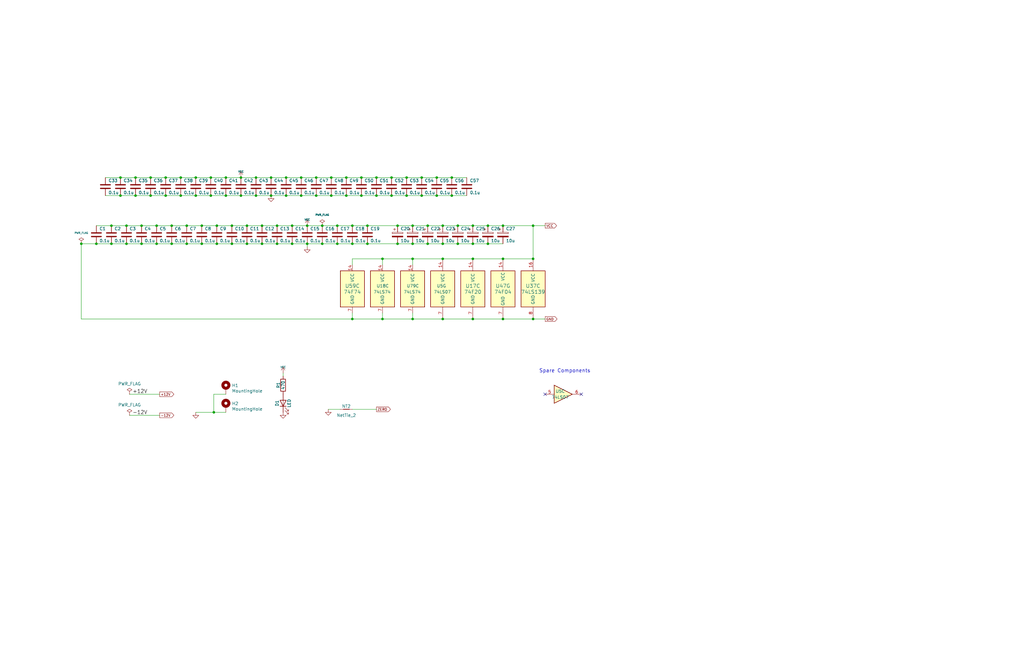
<source format=kicad_sch>
(kicad_sch (version 20211123) (generator eeschema)
  (paper "B")
  (lib_symbols
    (symbol "74xx:74LS04"
      (property "Reference" "U" (at 0 1.27 0))
      (property "Value" "74LS04" (at 0 -1.27 0))
      (symbol "74LS04_1_0"
        (polyline (pts (xy -3.81 3.81) (xy -3.81 -3.81) (xy 3.81 0) (xy -3.81 3.81)) (stroke (width 0.254)) (fill (type background)))
        (pin input line (at -7.62 0 0) (length 3.81) (name "~") (number "1"))
        (pin output inverted (at 7.62 0 180) (length 3.81) (name "~") (number "2"))
      )
      (symbol "74LS04_2_0"
        (polyline (pts (xy -3.81 3.81) (xy -3.81 -3.81) (xy 3.81 0) (xy -3.81 3.81)) (stroke (width 0.254)) (fill (type background)))
        (pin input line (at -7.62 0 0) (length 3.81) (name "~") (number "3"))
        (pin output inverted (at 7.62 0 180) (length 3.81) (name "~") (number "4"))
      )
      (symbol "74LS04_3_0"
        (polyline (pts (xy -3.81 3.81) (xy -3.81 -3.81) (xy 3.81 0) (xy -3.81 3.81)) (stroke (width 0.254)) (fill (type background)))
        (pin input line (at -7.62 0 0) (length 3.81) (name "~") (number "5"))
        (pin output inverted (at 7.62 0 180) (length 3.81) (name "~") (number "6"))
      )
      (symbol "74LS04_4_0"
        (polyline (pts (xy -3.81 3.81) (xy -3.81 -3.81) (xy 3.81 0) (xy -3.81 3.81)) (stroke (width 0.254)) (fill (type background)))
        (pin output inverted (at 7.62 0 180) (length 3.81) (name "~") (number "8"))
        (pin input line (at -7.62 0 0) (length 3.81) (name "~") (number "9"))
      )
      (symbol "74LS04_5_0"
        (polyline (pts (xy -3.81 3.81) (xy -3.81 -3.81) (xy 3.81 0) (xy -3.81 3.81)) (stroke (width 0.254)) (fill (type background)))
        (pin output inverted (at 7.62 0 180) (length 3.81) (name "~") (number "10"))
        (pin input line (at -7.62 0 0) (length 3.81) (name "~") (number "11"))
      )
      (symbol "74LS04_6_0"
        (polyline (pts (xy -3.81 3.81) (xy -3.81 -3.81) (xy 3.81 0) (xy -3.81 3.81)) (stroke (width 0.254)) (fill (type background)))
        (pin output inverted (at 7.62 0 180) (length 3.81) (name "~") (number "12"))
        (pin input line (at -7.62 0 0) (length 3.81) (name "~") (number "13"))
      )
      (symbol "74LS04_7_0"
        (pin power_in line (at 0 12.7 270) (length 5.08) (name "VCC") (number "14"))
        (pin power_in line (at 0 -12.7 90) (length 5.08) (name "GND") (number "7"))
      )
      (symbol "74LS04_7_1"
        (rectangle (start -5.08 7.62) (end 5.08 -7.62) (stroke (width 0.254)) (fill (type background)))
      )
    )
    (symbol "74xx:74LS07" (pin_names (offset 1.016))
      (property "Reference" "U" (at 0 1.27 0))
      (property "Value" "74LS07" (at 0 -1.27 0))
      (symbol "74LS07_1_0"
        (polyline (pts (xy -3.81 3.81) (xy -3.81 -3.81) (xy 3.81 0) (xy -3.81 3.81)) (stroke (width 0.254)) (fill (type background)))
        (pin input line (at -7.62 0 0) (length 3.81) (name "~") (number "1"))
        (pin open_collector line (at 7.62 0 180) (length 3.81) (name "~") (number "2"))
      )
      (symbol "74LS07_2_0"
        (polyline (pts (xy -3.81 3.81) (xy -3.81 -3.81) (xy 3.81 0) (xy -3.81 3.81)) (stroke (width 0.254)) (fill (type background)))
        (pin input line (at -7.62 0 0) (length 3.81) (name "~") (number "3"))
        (pin open_collector line (at 7.62 0 180) (length 3.81) (name "~") (number "4"))
      )
      (symbol "74LS07_3_0"
        (polyline (pts (xy -3.81 3.81) (xy -3.81 -3.81) (xy 3.81 0) (xy -3.81 3.81)) (stroke (width 0.254)) (fill (type background)))
        (pin input line (at -7.62 0 0) (length 3.81) (name "~") (number "5"))
        (pin open_collector line (at 7.62 0 180) (length 3.81) (name "~") (number "6"))
      )
      (symbol "74LS07_4_0"
        (polyline (pts (xy -3.81 3.81) (xy -3.81 -3.81) (xy 3.81 0) (xy -3.81 3.81)) (stroke (width 0.254)) (fill (type background)))
        (pin open_collector line (at 7.62 0 180) (length 3.81) (name "~") (number "8"))
        (pin input line (at -7.62 0 0) (length 3.81) (name "~") (number "9"))
      )
      (symbol "74LS07_5_0"
        (polyline (pts (xy -3.81 3.81) (xy -3.81 -3.81) (xy 3.81 0) (xy -3.81 3.81)) (stroke (width 0.254)) (fill (type background)))
        (pin open_collector line (at 7.62 0 180) (length 3.81) (name "~") (number "10"))
        (pin input line (at -7.62 0 0) (length 3.81) (name "~") (number "11"))
      )
      (symbol "74LS07_6_0"
        (polyline (pts (xy -3.81 3.81) (xy -3.81 -3.81) (xy 3.81 0) (xy -3.81 3.81)) (stroke (width 0.254)) (fill (type background)))
        (pin open_collector line (at 7.62 0 180) (length 3.81) (name "~") (number "12"))
        (pin input line (at -7.62 0 0) (length 3.81) (name "~") (number "13"))
      )
      (symbol "74LS07_7_0"
        (pin power_in line (at 0 12.7 270) (length 5.08) (name "VCC") (number "14"))
        (pin power_in line (at 0 -12.7 90) (length 5.08) (name "GND") (number "7"))
      )
      (symbol "74LS07_7_1"
        (rectangle (start -5.08 7.62) (end 5.08 -7.62) (stroke (width 0.254)) (fill (type background)))
      )
    )
    (symbol "74xx:74LS139" (pin_names (offset 1.016))
      (property "Reference" "U" (at -7.62 8.89 0))
      (property "Value" "74LS139" (at -7.62 -8.89 0))
      (symbol "74LS139_1_0"
        (pin input inverted (at -12.7 -5.08 0) (length 5.08) (name "E") (number "1"))
        (pin input line (at -12.7 0 0) (length 5.08) (name "A0") (number "2"))
        (pin input line (at -12.7 2.54 0) (length 5.08) (name "A1") (number "3"))
        (pin output inverted (at 12.7 2.54 180) (length 5.08) (name "O0") (number "4"))
        (pin output inverted (at 12.7 0 180) (length 5.08) (name "O1") (number "5"))
        (pin output inverted (at 12.7 -2.54 180) (length 5.08) (name "O2") (number "6"))
        (pin output inverted (at 12.7 -5.08 180) (length 5.08) (name "O3") (number "7"))
      )
      (symbol "74LS139_1_1"
        (rectangle (start -7.62 5.08) (end 7.62 -7.62) (stroke (width 0.254)) (fill (type background)))
      )
      (symbol "74LS139_2_0"
        (pin output inverted (at 12.7 -2.54 180) (length 5.08) (name "O2") (number "10"))
        (pin output inverted (at 12.7 0 180) (length 5.08) (name "O1") (number "11"))
        (pin output inverted (at 12.7 2.54 180) (length 5.08) (name "O0") (number "12"))
        (pin input line (at -12.7 2.54 0) (length 5.08) (name "A1") (number "13"))
        (pin input line (at -12.7 0 0) (length 5.08) (name "A0") (number "14"))
        (pin input inverted (at -12.7 -5.08 0) (length 5.08) (name "E") (number "15"))
        (pin output inverted (at 12.7 -5.08 180) (length 5.08) (name "O3") (number "9"))
      )
      (symbol "74LS139_2_1"
        (rectangle (start -7.62 5.08) (end 7.62 -7.62) (stroke (width 0.254)) (fill (type background)))
      )
      (symbol "74LS139_3_0"
        (pin power_in line (at 0 12.7 270) (length 5.08) (name "VCC") (number "16"))
        (pin power_in line (at 0 -12.7 90) (length 5.08) (name "GND") (number "8"))
      )
      (symbol "74LS139_3_1"
        (rectangle (start -5.08 7.62) (end 5.08 -7.62) (stroke (width 0.254)) (fill (type background)))
      )
    )
    (symbol "74xx:74LS20" (pin_names (offset 1.016))
      (property "Reference" "U" (at 0 1.27 0))
      (property "Value" "74LS20" (at 0 -1.27 0))
      (symbol "74LS20_1_1"
        (arc (start -0.635 -4.445) (mid 3.81 0) (end -0.635 4.445) (stroke (width 0.254)) (fill (type background)))
        (polyline (pts (xy -0.635 4.445) (xy -3.81 4.445) (xy -3.81 -4.445) (xy -0.635 -4.445)) (stroke (width 0.254)) (fill (type background)))
        (pin input line (at -7.62 3.81 0) (length 3.81) (name "~") (number "1"))
        (pin input line (at -7.62 1.27 0) (length 3.81) (name "~") (number "2"))
        (pin input line (at -7.62 -1.27 0) (length 3.81) (name "~") (number "4"))
        (pin input line (at -7.62 -3.81 0) (length 3.81) (name "~") (number "5"))
        (pin output inverted (at 7.62 0 180) (length 3.81) (name "~") (number "6"))
      )
      (symbol "74LS20_1_2"
        (arc (start -3.81 -4.445) (mid -2.5908 0) (end -3.81 4.445) (stroke (width 0.254)))
        (arc (start -0.6096 -4.445) (mid 2.2246 -2.8422) (end 3.81 0) (stroke (width 0.254)) (fill (type background)))
        (polyline (pts (xy -3.81 -4.445) (xy -0.635 -4.445)) (stroke (width 0.254)) (fill (type background)))
        (polyline (pts (xy -3.81 4.445) (xy -0.635 4.445)) (stroke (width 0.254)) (fill (type background)))
        (polyline (pts (xy -0.635 4.445) (xy -3.81 4.445) (xy -3.81 4.445) (xy -3.6322 4.0894) (xy -3.0988 2.921) (xy -2.7686 1.6764) (xy -2.6162 0.4318) (xy -2.6416 -0.8636) (xy -2.8702 -2.1082) (xy -3.2512 -3.3274) (xy -3.81 -4.445) (xy -3.81 -4.445) (xy -0.635 -4.445)) (stroke (width -25.4)) (fill (type background)))
        (arc (start 3.81 0) (mid 2.2204 2.8379) (end -0.6096 4.445) (stroke (width 0.254)) (fill (type background)))
        (pin input inverted (at -7.62 3.81 0) (length 3.81) (name "~") (number "1"))
        (pin input inverted (at -7.62 1.27 0) (length 4.826) (name "~") (number "2"))
        (pin input inverted (at -7.62 -1.27 0) (length 4.826) (name "~") (number "4"))
        (pin input inverted (at -7.62 -3.81 0) (length 3.81) (name "~") (number "5"))
        (pin output line (at 7.62 0 180) (length 3.81) (name "~") (number "6"))
      )
      (symbol "74LS20_2_1"
        (arc (start -0.635 -4.445) (mid 3.81 0) (end -0.635 4.445) (stroke (width 0.254)) (fill (type background)))
        (polyline (pts (xy -0.635 4.445) (xy -3.81 4.445) (xy -3.81 -4.445) (xy -0.635 -4.445)) (stroke (width 0.254)) (fill (type background)))
        (pin input line (at -7.62 1.27 0) (length 3.81) (name "~") (number "10"))
        (pin input line (at -7.62 -1.27 0) (length 3.81) (name "~") (number "12"))
        (pin input line (at -7.62 -3.81 0) (length 3.81) (name "~") (number "13"))
        (pin output inverted (at 7.62 0 180) (length 3.81) (name "~") (number "8"))
        (pin input line (at -7.62 3.81 0) (length 3.81) (name "~") (number "9"))
      )
      (symbol "74LS20_2_2"
        (arc (start -3.81 -4.445) (mid -2.5908 0) (end -3.81 4.445) (stroke (width 0.254)))
        (arc (start -0.6096 -4.445) (mid 2.2246 -2.8422) (end 3.81 0) (stroke (width 0.254)) (fill (type background)))
        (polyline (pts (xy -3.81 -4.445) (xy -0.635 -4.445)) (stroke (width 0.254)) (fill (type background)))
        (polyline (pts (xy -3.81 4.445) (xy -0.635 4.445)) (stroke (width 0.254)) (fill (type background)))
        (polyline (pts (xy -0.635 4.445) (xy -3.81 4.445) (xy -3.81 4.445) (xy -3.6322 4.0894) (xy -3.0988 2.921) (xy -2.7686 1.6764) (xy -2.6162 0.4318) (xy -2.6416 -0.8636) (xy -2.8702 -2.1082) (xy -3.2512 -3.3274) (xy -3.81 -4.445) (xy -3.81 -4.445) (xy -0.635 -4.445)) (stroke (width -25.4)) (fill (type background)))
        (arc (start 3.81 0) (mid 2.2204 2.8379) (end -0.6096 4.445) (stroke (width 0.254)) (fill (type background)))
        (pin input inverted (at -7.62 1.27 0) (length 4.826) (name "~") (number "10"))
        (pin input inverted (at -7.62 -1.27 0) (length 4.826) (name "~") (number "12"))
        (pin input inverted (at -7.62 -3.81 0) (length 3.81) (name "~") (number "13"))
        (pin output line (at 7.62 0 180) (length 3.81) (name "~") (number "8"))
        (pin input inverted (at -7.62 3.81 0) (length 3.81) (name "~") (number "9"))
      )
      (symbol "74LS20_3_0"
        (pin power_in line (at 0 12.7 270) (length 5.08) (name "VCC") (number "14"))
        (pin power_in line (at 0 -12.7 90) (length 5.08) (name "GND") (number "7"))
      )
      (symbol "74LS20_3_1"
        (rectangle (start -5.08 7.62) (end 5.08 -7.62) (stroke (width 0.254)) (fill (type background)))
      )
    )
    (symbol "74xx:74LS74" (pin_names (offset 1.016))
      (property "Reference" "U" (at -7.62 8.89 0))
      (property "Value" "74LS74" (at -7.62 -8.89 0))
      (symbol "74LS74_1_0"
        (pin input line (at 0 -7.62 90) (length 2.54) (name "~{R}") (number "1"))
        (pin input line (at -7.62 2.54 0) (length 2.54) (name "D") (number "2"))
        (pin input clock (at -7.62 0 0) (length 2.54) (name "C") (number "3"))
        (pin input line (at 0 7.62 270) (length 2.54) (name "~{S}") (number "4"))
        (pin output line (at 7.62 2.54 180) (length 2.54) (name "Q") (number "5"))
        (pin output line (at 7.62 -2.54 180) (length 2.54) (name "~{Q}") (number "6"))
      )
      (symbol "74LS74_1_1"
        (rectangle (start -5.08 5.08) (end 5.08 -5.08) (stroke (width 0.254)) (fill (type background)))
      )
      (symbol "74LS74_2_0"
        (pin input line (at 0 7.62 270) (length 2.54) (name "~{S}") (number "10"))
        (pin input clock (at -7.62 0 0) (length 2.54) (name "C") (number "11"))
        (pin input line (at -7.62 2.54 0) (length 2.54) (name "D") (number "12"))
        (pin input line (at 0 -7.62 90) (length 2.54) (name "~{R}") (number "13"))
        (pin output line (at 7.62 -2.54 180) (length 2.54) (name "~{Q}") (number "8"))
        (pin output line (at 7.62 2.54 180) (length 2.54) (name "Q") (number "9"))
      )
      (symbol "74LS74_2_1"
        (rectangle (start -5.08 5.08) (end 5.08 -5.08) (stroke (width 0.254)) (fill (type background)))
      )
      (symbol "74LS74_3_0"
        (pin power_in line (at 0 10.16 270) (length 2.54) (name "VCC") (number "14"))
        (pin power_in line (at 0 -10.16 90) (length 2.54) (name "GND") (number "7"))
      )
      (symbol "74LS74_3_1"
        (rectangle (start -5.08 7.62) (end 5.08 -7.62) (stroke (width 0.254)) (fill (type background)))
      )
    )
    (symbol "Device:C" (pin_numbers hide) (pin_names (offset 0.254))
      (property "Reference" "C" (at 0.635 2.54 0))
      (property "Value" "C" (at 0.635 -2.54 0))
      (symbol "C_0_1"
        (polyline (pts (xy -2.032 -0.762) (xy 2.032 -0.762)) (stroke (width 0.508)))
        (polyline (pts (xy -2.032 0.762) (xy 2.032 0.762)) (stroke (width 0.508)))
      )
      (symbol "C_1_1"
        (pin passive line (at 0 3.81 270) (length 2.794) (name "~") (number "1"))
        (pin passive line (at 0 -3.81 90) (length 2.794) (name "~") (number "2"))
      )
    )
    (symbol "Device:C_Polarized" (pin_numbers hide) (pin_names (offset 0.254))
      (property "Reference" "C" (at 0.635 2.54 0))
      (property "Value" "C_Polarized" (at 0.635 -2.54 0))
      (symbol "C_Polarized_0_1"
        (rectangle (start -2.286 0.508) (end 2.286 1.016))
        (polyline (pts (xy -1.778 2.286) (xy -0.762 2.286)))
        (polyline (pts (xy -1.27 2.794) (xy -1.27 1.778)))
        (rectangle (start 2.286 -0.508) (end -2.286 -1.016) (fill (type outline)))
      )
      (symbol "C_Polarized_1_1"
        (pin passive line (at 0 3.81 270) (length 2.794) (name "~") (number "1"))
        (pin passive line (at 0 -3.81 90) (length 2.794) (name "~") (number "2"))
      )
    )
    (symbol "Device:LED" (pin_numbers hide) (pin_names (offset 1.016) hide)
      (property "Reference" "D" (at 0 2.54 0))
      (property "Value" "LED" (at 0 -2.54 0))
      (symbol "LED_0_1"
        (polyline (pts (xy -1.27 -1.27) (xy -1.27 1.27)) (stroke (width 0.254)))
        (polyline (pts (xy -1.27 0) (xy 1.27 0)))
        (polyline (pts (xy 1.27 -1.27) (xy 1.27 1.27) (xy -1.27 0) (xy 1.27 -1.27)) (stroke (width 0.254)))
        (polyline (pts (xy -3.048 -0.762) (xy -4.572 -2.286) (xy -3.81 -2.286) (xy -4.572 -2.286) (xy -4.572 -1.524)))
        (polyline (pts (xy -1.778 -0.762) (xy -3.302 -2.286) (xy -2.54 -2.286) (xy -3.302 -2.286) (xy -3.302 -1.524)))
      )
      (symbol "LED_1_1"
        (pin passive line (at -3.81 0 0) (length 2.54) (name "K") (number "1"))
        (pin passive line (at 3.81 0 180) (length 2.54) (name "A") (number "2"))
      )
    )
    (symbol "Device:NetTie_2" (pin_numbers hide) (pin_names (offset 0) hide) (in_bom no)
      (property "Reference" "NT" (at 0 1.27 0))
      (property "Value" "NetTie_2" (at 0 -1.27 0))
      (symbol "NetTie_2_0_1"
        (polyline (pts (xy -1.27 0) (xy 1.27 0)) (stroke (width 0.254)))
      )
      (symbol "NetTie_2_1_1"
        (pin passive line (at -2.54 0 0) (length 2.54) (name "1") (number "1"))
        (pin passive line (at 2.54 0 180) (length 2.54) (name "2") (number "2"))
      )
    )
    (symbol "Device:R" (pin_numbers hide) (pin_names (offset 0))
      (property "Reference" "R" (at 2.032 0 90))
      (property "Value" "R" (at 0 0 90))
      (symbol "R_0_1"
        (rectangle (start -1.016 -2.54) (end 1.016 2.54) (stroke (width 0.254)))
      )
      (symbol "R_1_1"
        (pin passive line (at 0 3.81 270) (length 1.27) (name "~") (number "1"))
        (pin passive line (at 0 -3.81 90) (length 1.27) (name "~") (number "2"))
      )
    )
    (symbol "Mechanical:MountingHole_Pad" (pin_numbers hide) (pin_names (offset 1.016) hide)
      (property "Reference" "H" (at 0 6.35 0))
      (property "Value" "MountingHole_Pad" (at 0 4.445 0))
      (symbol "MountingHole_Pad_0_1"
        (circle (center 0 1.27) (radius 1.27) (stroke (width 1.27)))
      )
      (symbol "MountingHole_Pad_1_1"
        (pin input line (at 0 -2.54 90) (length 2.54) (name "1") (number "1"))
      )
    )
    (symbol "power:GND" (power) (pin_names (offset 0))
      (property "Value" "GND" (at 0 -3.81 0))
      (symbol "GND_0_1"
        (polyline (pts (xy 0 0) (xy 0 -1.27) (xy 1.27 -1.27) (xy 0 -2.54) (xy -1.27 -1.27) (xy 0 -1.27)))
      )
      (symbol "GND_1_1"
        (pin power_in line (at 0 0 270) (length 0) hide (name "GND") (number "1"))
      )
    )
    (symbol "power:PWR_FLAG" (power) (pin_numbers hide) (pin_names (offset 0) hide)
      (property "Value" "PWR_FLAG" (at 0 3.81 0))
      (symbol "PWR_FLAG_0_0"
        (pin power_out line (at 0 0 90) (length 0) (name "pwr") (number "1"))
      )
      (symbol "PWR_FLAG_0_1"
        (polyline (pts (xy 0 0) (xy 0 1.27) (xy -1.016 1.905) (xy 0 2.54) (xy 1.016 1.905) (xy 0 1.27)))
      )
    )
    (symbol "power:VCC" (power) (pin_names (offset 0))
      (property "Value" "VCC" (at 0 3.81 0))
      (symbol "VCC_0_1"
        (polyline (pts (xy -0.762 1.27) (xy 0 2.54)))
        (polyline (pts (xy 0 0) (xy 0 2.54)))
        (polyline (pts (xy 0 2.54) (xy 0.762 1.27)))
      )
      (symbol "VCC_1_1"
        (pin power_in line (at 0 0 90) (length 0) hide (name "VCC") (number "1"))
      )
    )
  )
  (junction (at 139.7 82.55))
  (junction (at 63.5 82.55))
  (junction (at 199.39 95.25))
  (junction (at 88.9 82.55))
  (junction (at 161.29 109.22))
  (junction (at 148.59 134.62))
  (junction (at 167.64 102.87))
  (junction (at 205.74 102.87))
  (junction (at 53.34 95.25))
  (junction (at 154.94 95.25))
  (junction (at 212.09 95.25))
  (junction (at 104.14 95.25))
  (junction (at 165.1 82.55))
  (junction (at 129.54 95.25))
  (junction (at 133.35 82.55))
  (junction (at 127 82.55))
  (junction (at 78.74 95.25))
  (junction (at 129.54 102.87))
  (junction (at 199.39 109.22))
  (junction (at 190.5 82.55))
  (junction (at 224.79 134.62))
  (junction (at 148.59 95.25))
  (junction (at 190.5 74.93))
  (junction (at 173.99 95.25))
  (junction (at 133.35 74.93))
  (junction (at 78.74 102.87))
  (junction (at 123.19 95.25))
  (junction (at 142.24 102.87))
  (junction (at 135.89 95.25))
  (junction (at 135.89 102.87))
  (junction (at 186.69 102.87))
  (junction (at 152.4 74.93))
  (junction (at 95.25 82.55))
  (junction (at 82.55 74.93))
  (junction (at 101.6 74.93))
  (junction (at 123.19 102.87))
  (junction (at 120.65 74.93))
  (junction (at 69.85 74.93))
  (junction (at 224.79 109.22))
  (junction (at 167.64 95.25))
  (junction (at 50.8 74.93))
  (junction (at 186.69 134.62))
  (junction (at 91.44 95.25))
  (junction (at 139.7 74.93))
  (junction (at 66.04 95.25))
  (junction (at 146.05 82.55))
  (junction (at 53.34 102.87))
  (junction (at 127 74.93))
  (junction (at 57.15 82.55))
  (junction (at 212.09 109.22))
  (junction (at 40.64 102.87))
  (junction (at 186.69 95.25))
  (junction (at 199.39 134.62))
  (junction (at 104.14 102.87))
  (junction (at 114.3 74.93))
  (junction (at 57.15 74.93))
  (junction (at 114.3 82.55))
  (junction (at 184.15 74.93))
  (junction (at 177.8 82.55))
  (junction (at 184.15 82.55))
  (junction (at 171.45 82.55))
  (junction (at 186.69 109.22))
  (junction (at 90.17 173.99))
  (junction (at 88.9 74.93))
  (junction (at 69.85 82.55))
  (junction (at 34.29 102.87))
  (junction (at 97.79 95.25))
  (junction (at 116.84 95.25))
  (junction (at 76.2 82.55))
  (junction (at 101.6 82.55))
  (junction (at 110.49 95.25))
  (junction (at 193.04 102.87))
  (junction (at 85.09 95.25))
  (junction (at 59.69 102.87))
  (junction (at 50.8 82.55))
  (junction (at 120.65 82.55))
  (junction (at 97.79 102.87))
  (junction (at 91.44 102.87))
  (junction (at 205.74 95.25))
  (junction (at 146.05 74.93))
  (junction (at 224.79 95.25))
  (junction (at 152.4 82.55))
  (junction (at 193.04 95.25))
  (junction (at 173.99 102.87))
  (junction (at 72.39 95.25))
  (junction (at 171.45 74.93))
  (junction (at 154.94 102.87))
  (junction (at 76.2 74.93))
  (junction (at 110.49 102.87))
  (junction (at 142.24 95.25))
  (junction (at 63.5 74.93))
  (junction (at 161.29 134.62))
  (junction (at 116.84 102.87))
  (junction (at 212.09 134.62))
  (junction (at 180.34 95.25))
  (junction (at 95.25 74.93))
  (junction (at 59.69 95.25))
  (junction (at 199.39 102.87))
  (junction (at 158.75 74.93))
  (junction (at 177.8 74.93))
  (junction (at 72.39 102.87))
  (junction (at 180.34 102.87))
  (junction (at 107.95 82.55))
  (junction (at 173.99 134.62))
  (junction (at 173.99 109.22))
  (junction (at 107.95 74.93))
  (junction (at 148.59 102.87))
  (junction (at 66.04 102.87))
  (junction (at 165.1 74.93))
  (junction (at 46.99 102.87))
  (junction (at 85.09 102.87))
  (junction (at 46.99 95.25))
  (junction (at 82.55 82.55))
  (junction (at 158.75 82.55))
  (no_connect (at 229.87 166.37))
  (no_connect (at 245.11 166.37))
  (wire (pts (xy 78.74 102.87) (xy 85.09 102.87)))
  (wire (pts (xy 161.29 132.08) (xy 161.29 134.62)))
  (wire (pts (xy 107.95 74.93) (xy 114.3 74.93)))
  (wire (pts (xy 59.69 102.87) (xy 66.04 102.87)))
  (wire (pts (xy 177.8 74.93) (xy 184.15 74.93)))
  (wire (pts (xy 114.3 74.93) (xy 120.65 74.93)))
  (wire (pts (xy 85.09 95.25) (xy 78.74 95.25)))
  (wire (pts (xy 148.59 102.87) (xy 154.94 102.87)))
  (wire (pts (xy 129.54 102.87) (xy 135.89 102.87)))
  (wire (pts (xy 50.8 82.55) (xy 57.15 82.55)))
  (wire (pts (xy 193.04 102.87) (xy 199.39 102.87)))
  (wire (pts (xy 173.99 134.62) (xy 186.69 134.62)))
  (wire (pts (xy 212.09 109.22) (xy 224.79 109.22)))
  (wire (pts (xy 101.6 74.93) (xy 107.95 74.93)))
  (wire (pts (xy 116.84 102.87) (xy 123.19 102.87)))
  (wire (pts (xy 146.05 74.93) (xy 152.4 74.93)))
  (wire (pts (xy 212.09 134.62) (xy 224.79 134.62)))
  (wire (pts (xy 138.43 172.72) (xy 143.51 172.72)))
  (wire (pts (xy 95.25 173.99) (xy 90.17 173.99)))
  (wire (pts (xy 199.39 134.62) (xy 212.09 134.62)))
  (wire (pts (xy 95.25 74.93) (xy 101.6 74.93)))
  (wire (pts (xy 54.61 166.37) (xy 67.31 166.37)))
  (wire (pts (xy 171.45 74.93) (xy 177.8 74.93)))
  (wire (pts (xy 91.44 95.25) (xy 85.09 95.25)))
  (wire (pts (xy 180.34 102.87) (xy 186.69 102.87)))
  (wire (pts (xy 148.59 95.25) (xy 154.94 95.25)))
  (wire (pts (xy 224.79 134.62) (xy 229.87 134.62)))
  (wire (pts (xy 63.5 82.55) (xy 69.85 82.55)))
  (wire (pts (xy 167.64 95.25) (xy 173.99 95.25)))
  (wire (pts (xy 173.99 102.87) (xy 180.34 102.87)))
  (wire (pts (xy 186.69 95.25) (xy 193.04 95.25)))
  (wire (pts (xy 101.6 82.55) (xy 107.95 82.55)))
  (wire (pts (xy 184.15 74.93) (xy 190.5 74.93)))
  (wire (pts (xy 123.19 102.87) (xy 129.54 102.87)))
  (wire (pts (xy 135.89 95.25) (xy 142.24 95.25)))
  (wire (pts (xy 85.09 102.87) (xy 91.44 102.87)))
  (wire (pts (xy 34.29 102.87) (xy 40.64 102.87)))
  (wire (pts (xy 127 82.55) (xy 133.35 82.55)))
  (wire (pts (xy 148.59 134.62) (xy 161.29 134.62)))
  (wire (pts (xy 173.99 109.22) (xy 186.69 109.22)))
  (wire (pts (xy 154.94 95.25) (xy 167.64 95.25)))
  (wire (pts (xy 129.54 95.25) (xy 135.89 95.25)))
  (wire (pts (xy 152.4 82.55) (xy 158.75 82.55)))
  (wire (pts (xy 46.99 95.25) (xy 40.64 95.25)))
  (wire (pts (xy 50.8 74.93) (xy 57.15 74.93)))
  (wire (pts (xy 110.49 95.25) (xy 116.84 95.25)))
  (wire (pts (xy 95.25 82.55) (xy 101.6 82.55)))
  (wire (pts (xy 57.15 74.93) (xy 63.5 74.93)))
  (wire (pts (xy 97.79 95.25) (xy 104.14 95.25)))
  (wire (pts (xy 127 74.93) (xy 133.35 74.93)))
  (wire (pts (xy 54.61 175.26) (xy 67.31 175.26)))
  (wire (pts (xy 186.69 102.87) (xy 193.04 102.87)))
  (wire (pts (xy 82.55 82.55) (xy 88.9 82.55)))
  (wire (pts (xy 148.59 111.76) (xy 148.59 109.22)))
  (wire (pts (xy 158.75 82.55) (xy 165.1 82.55)))
  (wire (pts (xy 190.5 82.55) (xy 196.85 82.55)))
  (wire (pts (xy 53.34 102.87) (xy 59.69 102.87)))
  (wire (pts (xy 205.74 95.25) (xy 212.09 95.25)))
  (wire (pts (xy 224.79 109.22) (xy 224.79 95.25)))
  (wire (pts (xy 171.45 82.55) (xy 177.8 82.55)))
  (wire (pts (xy 76.2 82.55) (xy 82.55 82.55)))
  (wire (pts (xy 53.34 95.25) (xy 46.99 95.25)))
  (wire (pts (xy 199.39 102.87) (xy 205.74 102.87)))
  (wire (pts (xy 66.04 102.87) (xy 72.39 102.87)))
  (wire (pts (xy 40.64 102.87) (xy 46.99 102.87)))
  (wire (pts (xy 114.3 82.55) (xy 120.65 82.55)))
  (wire (pts (xy 199.39 109.22) (xy 212.09 109.22)))
  (wire (pts (xy 107.95 82.55) (xy 114.3 82.55)))
  (wire (pts (xy 44.45 82.55) (xy 50.8 82.55)))
  (wire (pts (xy 173.99 132.08) (xy 173.99 134.62)))
  (wire (pts (xy 142.24 102.87) (xy 148.59 102.87)))
  (wire (pts (xy 205.74 102.87) (xy 212.09 102.87)))
  (wire (pts (xy 120.65 74.93) (xy 127 74.93)))
  (wire (pts (xy 133.35 74.93) (xy 139.7 74.93)))
  (wire (pts (xy 88.9 82.55) (xy 95.25 82.55)))
  (wire (pts (xy 180.34 95.25) (xy 186.69 95.25)))
  (wire (pts (xy 104.14 102.87) (xy 110.49 102.87)))
  (wire (pts (xy 76.2 74.93) (xy 82.55 74.93)))
  (wire (pts (xy 224.79 95.25) (xy 229.87 95.25)))
  (wire (pts (xy 78.74 95.25) (xy 72.39 95.25)))
  (wire (pts (xy 95.25 166.37) (xy 90.17 166.37)))
  (wire (pts (xy 129.54 102.87) (xy 129.54 104.14)))
  (wire (pts (xy 133.35 82.55) (xy 139.7 82.55)))
  (wire (pts (xy 59.69 95.25) (xy 53.34 95.25)))
  (wire (pts (xy 44.45 74.93) (xy 50.8 74.93)))
  (wire (pts (xy 186.69 109.22) (xy 199.39 109.22)))
  (wire (pts (xy 72.39 95.25) (xy 66.04 95.25)))
  (wire (pts (xy 34.29 102.87) (xy 34.29 134.62)))
  (wire (pts (xy 110.49 102.87) (xy 116.84 102.87)))
  (wire (pts (xy 173.99 111.76) (xy 173.99 109.22)))
  (wire (pts (xy 158.75 74.93) (xy 165.1 74.93)))
  (wire (pts (xy 57.15 82.55) (xy 63.5 82.55)))
  (wire (pts (xy 139.7 74.93) (xy 146.05 74.93)))
  (wire (pts (xy 119.38 158.75) (xy 119.38 157.48)))
  (wire (pts (xy 139.7 82.55) (xy 146.05 82.55)))
  (wire (pts (xy 34.29 134.62) (xy 148.59 134.62)))
  (wire (pts (xy 148.59 132.08) (xy 148.59 134.62)))
  (wire (pts (xy 173.99 95.25) (xy 180.34 95.25)))
  (wire (pts (xy 165.1 74.93) (xy 171.45 74.93)))
  (wire (pts (xy 82.55 74.93) (xy 88.9 74.93)))
  (wire (pts (xy 154.94 102.87) (xy 167.64 102.87)))
  (wire (pts (xy 91.44 102.87) (xy 97.79 102.87)))
  (wire (pts (xy 148.59 109.22) (xy 161.29 109.22)))
  (wire (pts (xy 186.69 134.62) (xy 199.39 134.62)))
  (wire (pts (xy 199.39 95.25) (xy 205.74 95.25)))
  (wire (pts (xy 97.79 95.25) (xy 91.44 95.25)))
  (wire (pts (xy 184.15 82.55) (xy 190.5 82.55)))
  (wire (pts (xy 161.29 134.62) (xy 173.99 134.62)))
  (wire (pts (xy 148.59 172.72) (xy 158.75 172.72)))
  (wire (pts (xy 161.29 111.76) (xy 161.29 109.22)))
  (wire (pts (xy 63.5 74.93) (xy 69.85 74.93)))
  (wire (pts (xy 161.29 109.22) (xy 173.99 109.22)))
  (wire (pts (xy 193.04 95.25) (xy 199.39 95.25)))
  (wire (pts (xy 88.9 74.93) (xy 95.25 74.93)))
  (wire (pts (xy 152.4 74.93) (xy 158.75 74.93)))
  (wire (pts (xy 116.84 95.25) (xy 123.19 95.25)))
  (wire (pts (xy 69.85 82.55) (xy 76.2 82.55)))
  (wire (pts (xy 104.14 95.25) (xy 110.49 95.25)))
  (wire (pts (xy 90.17 166.37) (xy 90.17 173.99)))
  (wire (pts (xy 66.04 95.25) (xy 59.69 95.25)))
  (wire (pts (xy 97.79 102.87) (xy 104.14 102.87)))
  (wire (pts (xy 69.85 74.93) (xy 76.2 74.93)))
  (wire (pts (xy 167.64 102.87) (xy 173.99 102.87)))
  (wire (pts (xy 190.5 74.93) (xy 196.85 74.93)))
  (wire (pts (xy 123.19 95.25) (xy 129.54 95.25)))
  (wire (pts (xy 120.65 82.55) (xy 127 82.55)))
  (wire (pts (xy 46.99 102.87) (xy 53.34 102.87)))
  (wire (pts (xy 142.24 95.25) (xy 148.59 95.25)))
  (wire (pts (xy 177.8 82.55) (xy 184.15 82.55)))
  (wire (pts (xy 72.39 102.87) (xy 78.74 102.87)))
  (wire (pts (xy 165.1 82.55) (xy 171.45 82.55)))
  (wire (pts (xy 212.09 95.25) (xy 224.79 95.25)))
  (wire (pts (xy 135.89 102.87) (xy 142.24 102.87)))
  (wire (pts (xy 90.17 173.99) (xy 82.55 173.99)))
  (wire (pts (xy 146.05 82.55) (xy 152.4 82.55)))
  (text "Spare Components" (at 227.33 157.48 0) (effects (font (size 1.524 1.524)) (justify left bottom)))
  (label "-12V" (at 55.88 175.26 0) (effects (font (size 1.524 1.524))))
  (label "+12V" (at 55.88 166.37 0) (effects (font (size 1.524 1.524))))
  (global_label "ZERO" (shape output) (at 158.75 172.72 0) (effects (font (size 1.016 1.016))) (property "Intersheet References" "${INTERSHEET_REFS}" (effects hide)))
  (global_label "VCC" (shape output) (at 229.87 95.25 0) (effects (font (size 1.016 1.016))) (property "Intersheet References" "${INTERSHEET_REFS}" (effects hide)))
  (global_label "+12V" (shape output) (at 67.31 166.37 0) (effects (font (size 1.016 1.016))) (property "Intersheet References" "${INTERSHEET_REFS}" (effects hide)))
  (global_label "GND" (shape output) (at 229.87 134.62 0) (effects (font (size 1.016 1.016))) (property "Intersheet References" "${INTERSHEET_REFS}" (effects hide)))
  (global_label "-12V" (shape output) (at 67.31 175.26 0) (effects (font (size 1.016 1.016))) (property "Intersheet References" "${INTERSHEET_REFS}" (effects hide)))
  (symbol (lib_id "Device:C_Polarized") (at 212.09 99.06 0) (unit 1)
    (property "Reference" "C27" (at 213.36 96.52 0) (effects (justify left)))
    (property "Value" "10u" (at 213.36 101.6 0) (effects (justify left)))
    (property "Footprint" "Capacitor_THT:CP_Radial_D5.0mm_P2.50mm" (effects hide))
  )
  (symbol (lib_id "Device:C") (at 40.64 99.06 0) (unit 1)
    (property "Reference" "C1" (at 41.91 96.52 0) (effects (justify left)))
    (property "Value" "0.1u" (at 41.91 101.6 0) (effects (justify left)))
    (property "Footprint" "Capacitor_THT:C_Disc_D5.0mm_W2.5mm_P5.00mm" (effects hide))
  )
  (symbol (lib_id "power:GND") (at 129.54 104.14 0) (unit 1)
    (property "Reference" "#PWR05" (effects hide))
    (property "Value" "GND" (effects hide))
  )
  (symbol (lib_id "power:VCC") (at 129.54 95.25 0) (unit 1)
    (property "Reference" "#PWR04" (effects hide))
    (property "Value" "VCC" (at 129.54 92.71 0) (effects (font (size 0.762 0.762))))
  )
  (symbol (lib_id "Device:C") (at 142.24 99.06 0) (unit 1)
    (property "Reference" "C17" (at 143.51 96.52 0) (effects (justify left)))
    (property "Value" "0.1u" (at 143.51 101.6 0) (effects (justify left)))
    (property "Footprint" "Capacitor_THT:C_Disc_D5.0mm_W2.5mm_P5.00mm" (effects hide))
  )
  (symbol (lib_id "Device:C") (at 91.44 99.06 0) (unit 1)
    (property "Reference" "C9" (at 92.71 96.52 0) (effects (justify left)))
    (property "Value" "0.1u" (at 92.71 101.6 0) (effects (justify left)))
    (property "Footprint" "Capacitor_THT:C_Disc_D5.0mm_W2.5mm_P5.00mm" (effects hide))
  )
  (symbol (lib_id "Device:C") (at 97.79 99.06 0) (unit 1)
    (property "Reference" "C10" (at 99.06 96.52 0) (effects (justify left)))
    (property "Value" "0.1u" (at 99.06 101.6 0) (effects (justify left)))
    (property "Footprint" "Capacitor_THT:C_Disc_D5.0mm_W2.5mm_P5.00mm" (effects hide))
  )
  (symbol (lib_id "Device:C_Polarized") (at 193.04 99.06 0) (unit 1)
    (property "Reference" "C24" (at 194.31 96.52 0) (effects (justify left)))
    (property "Value" "10u" (at 194.31 101.6 0) (effects (justify left)))
    (property "Footprint" "Capacitor_THT:CP_Radial_D5.0mm_P2.50mm" (effects hide))
  )
  (symbol (lib_id "Device:C_Polarized") (at 199.39 99.06 0) (unit 1)
    (property "Reference" "C25" (at 200.66 96.52 0) (effects (justify left)))
    (property "Value" "10u" (at 200.66 101.6 0) (effects (justify left)))
    (property "Footprint" "Capacitor_THT:CP_Radial_D5.0mm_P2.50mm" (effects hide))
  )
  (symbol (lib_id "Device:C") (at 53.34 99.06 0) (unit 1)
    (property "Reference" "C3" (at 54.61 96.52 0) (effects (justify left)))
    (property "Value" "0.1u" (at 54.61 101.6 0) (effects (justify left)))
    (property "Footprint" "Capacitor_THT:C_Disc_D5.0mm_W2.5mm_P5.00mm" (effects hide))
  )
  (symbol (lib_id "Device:C") (at 59.69 99.06 0) (unit 1)
    (property "Reference" "C4" (at 60.96 96.52 0) (effects (justify left)))
    (property "Value" "0.1u" (at 60.96 101.6 0) (effects (justify left)))
    (property "Footprint" "Capacitor_THT:C_Disc_D5.0mm_W2.5mm_P5.00mm" (effects hide))
  )
  (symbol (lib_id "Device:C") (at 66.04 99.06 0) (unit 1)
    (property "Reference" "C5" (at 67.31 96.52 0) (effects (justify left)))
    (property "Value" "0.1u" (at 67.31 101.6 0) (effects (justify left)))
    (property "Footprint" "Capacitor_THT:C_Disc_D5.0mm_W2.5mm_P5.00mm" (effects hide))
  )
  (symbol (lib_id "power:GND") (at 119.38 173.99 0) (unit 1)
    (property "Reference" "#PWR03" (effects hide))
    (property "Value" "GND" (effects hide))
  )
  (symbol (lib_id "Device:C") (at 78.74 99.06 0) (unit 1)
    (property "Reference" "C7" (at 80.01 96.52 0) (effects (justify left)))
    (property "Value" "0.1u" (at 80.01 101.6 0) (effects (justify left)))
    (property "Footprint" "Capacitor_THT:C_Disc_D5.0mm_W2.5mm_P5.00mm" (effects hide))
  )
  (symbol (lib_id "Device:C_Polarized") (at 205.74 99.06 0) (unit 1)
    (property "Reference" "C26" (at 207.01 96.52 0) (effects (justify left)))
    (property "Value" "10u" (at 207.01 101.6 0) (effects (justify left)))
    (property "Footprint" "Capacitor_THT:CP_Radial_D5.0mm_P2.50mm" (effects hide))
  )
  (symbol (lib_id "Device:C") (at 104.14 99.06 0) (unit 1)
    (property "Reference" "C11" (at 105.41 96.52 0) (effects (justify left)))
    (property "Value" "0.1u" (at 105.41 101.6 0) (effects (justify left)))
    (property "Footprint" "Capacitor_THT:C_Disc_D5.0mm_W2.5mm_P5.00mm" (effects hide))
  )
  (symbol (lib_id "Device:C") (at 110.49 99.06 0) (unit 1)
    (property "Reference" "C12" (at 111.76 96.52 0) (effects (justify left)))
    (property "Value" "0.1u" (at 111.76 101.6 0) (effects (justify left)))
    (property "Footprint" "Capacitor_THT:C_Disc_D5.0mm_W2.5mm_P5.00mm" (effects hide))
  )
  (symbol (lib_id "Device:C") (at 116.84 99.06 0) (unit 1)
    (property "Reference" "C13" (at 118.11 96.52 0) (effects (justify left)))
    (property "Value" "0.1u" (at 118.11 101.6 0) (effects (justify left)))
    (property "Footprint" "Capacitor_THT:C_Disc_D5.0mm_W2.5mm_P5.00mm" (effects hide))
  )
  (symbol (lib_id "power:GND") (at 138.43 172.72 0) (unit 1)
    (property "Reference" "#PWR07" (effects hide))
    (property "Value" "GND" (effects hide))
  )
  (symbol (lib_id "power:GND") (at 82.55 173.99 0) (unit 1)
    (property "Reference" "#PWR01" (effects hide))
    (property "Value" "GND" (effects hide))
  )
  (symbol (lib_id "Mechanical:MountingHole_Pad") (at 95.25 171.45 0) (unit 1)
    (property "Reference" "H2" (at 97.79 170.2816 0) (effects (justify left)))
    (property "Value" "MountingHole" (at 97.79 172.593 0) (effects (justify left)))
    (property "Footprint" "MountingHole:MountingHole_3.2mm_M3_Pad" (effects hide))
  )
  (symbol (lib_id "Device:C") (at 123.19 99.06 0) (unit 1)
    (property "Reference" "C14" (at 124.46 96.52 0) (effects (justify left)))
    (property "Value" "0.1u" (at 124.46 101.6 0) (effects (justify left)))
    (property "Footprint" "Capacitor_THT:C_Disc_D5.0mm_W2.5mm_P5.00mm" (effects hide))
  )
  (symbol (lib_id "Device:C") (at 129.54 99.06 0) (unit 1)
    (property "Reference" "C15" (at 130.81 96.52 0) (effects (justify left)))
    (property "Value" "0.1u" (at 130.81 101.6 0) (effects (justify left)))
    (property "Footprint" "Capacitor_THT:C_Disc_D5.0mm_W2.5mm_P5.00mm" (effects hide))
  )
  (symbol (lib_id "Mechanical:MountingHole_Pad") (at 95.25 163.83 0) (unit 1)
    (property "Reference" "H1" (at 97.79 162.6616 0) (effects (justify left)))
    (property "Value" "MountingHole" (at 97.79 164.973 0) (effects (justify left)))
    (property "Footprint" "MountingHole:MountingHole_3.2mm_M3_Pad" (effects hide))
  )
  (symbol (lib_id "power:PWR_FLAG") (at 54.61 166.37 0) (unit 1)
    (property "Reference" "#FLG02" (effects hide))
    (property "Value" "PWR_FLAG" (at 54.61 161.9758 0))
  )
  (symbol (lib_id "power:PWR_FLAG") (at 54.61 175.26 0) (unit 1)
    (property "Reference" "#FLG03" (effects hide))
    (property "Value" "PWR_FLAG" (at 54.61 170.8658 0))
  )
  (symbol (lib_id "power:PWR_FLAG") (at 135.89 95.25 0) (unit 1)
    (property "Reference" "#FLG04" (effects hide))
    (property "Value" "PWR_FLAG" (at 135.89 90.678 0) (effects (font (size 0.762 0.762))))
  )
  (symbol (lib_id "Device:C_Polarized") (at 167.64 99.06 0) (unit 1)
    (property "Reference" "C20" (at 168.91 96.52 0) (effects (justify left)))
    (property "Value" "10u" (at 168.91 101.6 0) (effects (justify left)))
    (property "Footprint" "Capacitor_THT:CP_Radial_D5.0mm_P2.50mm" (effects hide))
  )
  (symbol (lib_id "Device:C_Polarized") (at 173.99 99.06 0) (unit 1)
    (property "Reference" "C21" (at 175.26 96.52 0) (effects (justify left)))
    (property "Value" "10u" (at 175.26 101.6 0) (effects (justify left)))
    (property "Footprint" "Capacitor_THT:CP_Radial_D5.0mm_P2.50mm" (effects hide))
  )
  (symbol (lib_id "Device:LED") (at 119.38 170.18 90) (unit 1)
    (property "Reference" "D1" (at 116.84 170.18 0))
    (property "Value" "LED" (at 121.92 170.18 0))
    (property "Footprint" "LED_THT:LED_D3.0mm_Horizontal_O3.81mm_Z2.0mm" (effects hide))
  )
  (symbol (lib_id "Device:R") (at 119.38 162.56 180) (unit 1)
    (property "Reference" "R1" (at 117.348 162.56 90))
    (property "Value" "470" (at 119.38 162.56 90))
    (property "Footprint" "Resistor_THT:R_Axial_DIN0207_L6.3mm_D2.5mm_P7.62mm_Horizontal" (effects hide))
  )
  (symbol (lib_id "Device:C") (at 46.99 99.06 0) (unit 1)
    (property "Reference" "C2" (at 48.26 96.52 0) (effects (justify left)))
    (property "Value" "0.1u" (at 48.26 101.6 0) (effects (justify left)))
    (property "Footprint" "Capacitor_THT:C_Disc_D5.0mm_W2.5mm_P5.00mm" (effects hide))
  )
  (symbol (lib_id "power:VCC") (at 119.38 157.48 0) (unit 1)
    (property "Reference" "#PWR02" (effects hide))
    (property "Value" "VCC" (at 119.38 154.94 0) (effects (font (size 0.762 0.762))))
  )
  (symbol (lib_id "Device:C") (at 72.39 99.06 0) (unit 1)
    (property "Reference" "C6" (at 73.66 96.52 0) (effects (justify left)))
    (property "Value" "0.1u" (at 73.66 101.6 0) (effects (justify left)))
    (property "Footprint" "Capacitor_THT:C_Disc_D5.0mm_W2.5mm_P5.00mm" (effects hide))
  )
  (symbol (lib_id "power:PWR_FLAG") (at 34.29 102.87 0) (unit 1)
    (property "Reference" "#FLG01" (effects hide))
    (property "Value" "PWR_FLAG" (at 34.29 98.298 0) (effects (font (size 0.762 0.762))))
  )
  (symbol (lib_id "Device:C") (at 154.94 99.06 0) (unit 1)
    (property "Reference" "C19" (at 156.21 96.52 0) (effects (justify left)))
    (property "Value" "0.1u" (at 156.21 101.6 0) (effects (justify left)))
    (property "Footprint" "Capacitor_THT:C_Disc_D5.0mm_W2.5mm_P5.00mm" (effects hide))
  )
  (symbol (lib_id "Device:C") (at 85.09 99.06 0) (unit 1)
    (property "Reference" "C8" (at 86.36 96.52 0) (effects (justify left)))
    (property "Value" "0.1u" (at 86.36 101.6 0) (effects (justify left)))
    (property "Footprint" "Capacitor_THT:C_Disc_D5.0mm_W2.5mm_P5.00mm" (effects hide))
  )
  (symbol (lib_id "Device:C") (at 148.59 99.06 0) (unit 1)
    (property "Reference" "C18" (at 149.86 96.52 0) (effects (justify left)))
    (property "Value" "0.1u" (at 149.86 101.6 0) (effects (justify left)))
    (property "Footprint" "Capacitor_THT:C_Disc_D5.0mm_W2.5mm_P5.00mm" (effects hide))
  )
  (symbol (lib_id "Device:C_Polarized") (at 180.34 99.06 0) (unit 1)
    (property "Reference" "C22" (at 181.61 96.52 0) (effects (justify left)))
    (property "Value" "10u" (at 181.61 101.6 0) (effects (justify left)))
    (property "Footprint" "Capacitor_THT:CP_Radial_D5.0mm_P2.50mm" (effects hide))
  )
  (symbol (lib_id "Device:C_Polarized") (at 186.69 99.06 0) (unit 1)
    (property "Reference" "C23" (at 187.96 96.52 0) (effects (justify left)))
    (property "Value" "10u" (at 187.96 101.6 0) (effects (justify left)))
    (property "Footprint" "Capacitor_THT:CP_Radial_D5.0mm_P2.50mm" (effects hide))
  )
  (symbol (lib_id "Device:C") (at 135.89 99.06 0) (unit 1)
    (property "Reference" "C16" (at 137.16 96.52 0) (effects (justify left)))
    (property "Value" "0.1u" (at 137.16 101.6 0) (effects (justify left)))
    (property "Footprint" "Capacitor_THT:C_Disc_D5.0mm_W2.5mm_P5.00mm" (effects hide))
  )
  (symbol (lib_id "Device:C") (at 63.5 78.74 0) (unit 1)
    (property "Reference" "C36" (at 64.77 76.2 0) (effects (justify left)))
    (property "Value" "0.1u" (at 64.77 81.28 0) (effects (justify left)))
    (property "Footprint" "Capacitor_THT:C_Disc_D5.0mm_W2.5mm_P5.00mm" (effects hide))
  )
  (symbol (lib_id "Device:C") (at 69.85 78.74 0) (unit 1)
    (property "Reference" "C37" (at 71.12 76.2 0) (effects (justify left)))
    (property "Value" "0.1u" (at 71.12 81.28 0) (effects (justify left)))
    (property "Footprint" "Capacitor_THT:C_Disc_D5.0mm_W2.5mm_P5.00mm" (effects hide))
  )
  (symbol (lib_id "Device:C") (at 184.15 78.74 0) (unit 1)
    (property "Reference" "C55" (at 185.42 76.2 0) (effects (justify left)))
    (property "Value" "0.1u" (at 185.42 81.28 0) (effects (justify left)))
    (property "Footprint" "Capacitor_THT:C_Disc_D5.0mm_W2.5mm_P5.00mm" (effects hide))
  )
  (symbol (lib_id "Device:C") (at 44.45 78.74 0) (unit 1)
    (property "Reference" "C33" (at 45.72 76.2 0) (effects (justify left)))
    (property "Value" "0.1u" (at 45.72 81.28 0) (effects (justify left)))
    (property "Footprint" "Capacitor_THT:C_Disc_D5.0mm_W2.5mm_P5.00mm" (effects hide))
  )
  (symbol (lib_id "Device:C") (at 50.8 78.74 0) (unit 1)
    (property "Reference" "C34" (at 52.07 76.2 0) (effects (justify left)))
    (property "Value" "0.1u" (at 52.07 81.28 0) (effects (justify left)))
    (property "Footprint" "Capacitor_THT:C_Disc_D5.0mm_W2.5mm_P5.00mm" (effects hide))
  )
  (symbol (lib_id "Device:C") (at 127 78.74 0) (unit 1)
    (property "Reference" "C46" (at 128.27 76.2 0) (effects (justify left)))
    (property "Value" "0.1u" (at 128.27 81.28 0) (effects (justify left)))
    (property "Footprint" "Capacitor_THT:C_Disc_D5.0mm_W2.5mm_P5.00mm" (effects hide))
  )
  (symbol (lib_id "74xx:74LS139") (at 224.79 121.92 0) (unit 3)
    (property "Reference" "U37" (at 224.79 120.65 0) (effects (font (size 1.524 1.524))))
    (property "Value" "74LS139" (at 224.79 123.19 0) (effects (font (size 1.524 1.524))))
    (property "Footprint" "Package_DIP:DIP-16_W7.62mm_Socket" (effects hide))
    (property "Datasheet" "http://www.ti.com/lit/ds/symlink/sn74ls139a.pdf" (effects hide))
  )
  (symbol (lib_id "Device:C") (at 133.35 78.74 0) (unit 1)
    (property "Reference" "C47" (at 134.62 76.2 0) (effects (justify left)))
    (property "Value" "0.1u" (at 134.62 81.28 0) (effects (justify left)))
    (property "Footprint" "Capacitor_THT:C_Disc_D5.0mm_W2.5mm_P5.00mm" (effects hide))
  )
  (symbol (lib_id "Device:C") (at 120.65 78.74 0) (unit 1)
    (property "Reference" "C45" (at 121.92 76.2 0) (effects (justify left)))
    (property "Value" "0.1u" (at 121.92 81.28 0) (effects (justify left)))
    (property "Footprint" "Capacitor_THT:C_Disc_D5.0mm_W2.5mm_P5.00mm" (effects hide))
  )
  (symbol (lib_id "Device:C") (at 196.85 78.74 0) (unit 1)
    (property "Reference" "C57" (at 198.12 76.2 0) (effects (justify left)))
    (property "Value" "0.1u" (at 198.12 81.28 0) (effects (justify left)))
    (property "Footprint" "Capacitor_THT:C_Disc_D5.0mm_W2.5mm_P5.00mm" (effects hide))
  )
  (symbol (lib_id "74xx:74LS74") (at 148.59 121.92 0) (unit 3)
    (property "Reference" "U59" (at 148.59 120.65 0) (effects (font (size 1.524 1.524))))
    (property "Value" "74F74" (at 148.59 123.19 0) (effects (font (size 1.524 1.524))))
    (property "Footprint" "Package_DIP:DIP-14_W7.62mm_Socket" (effects hide))
    (property "Datasheet" "74xx/74hc_hct74.pdf" (effects hide))
  )
  (symbol (lib_id "74xx:74LS20") (at 199.39 121.92 0) (unit 3)
    (property "Reference" "U17" (at 199.39 120.65 0) (effects (font (size 1.524 1.524))))
    (property "Value" "74F20" (at 199.39 123.19 0) (effects (font (size 1.524 1.524))))
    (property "Footprint" "Package_DIP:DIP-12_W7.62mm_Socket" (effects hide))
    (property "Datasheet" "http://www.ti.com/lit/gpn/sn74LS20" (effects hide))
  )
  (symbol (lib_id "74xx:74LS74") (at 173.99 121.92 0) (unit 3)
    (property "Reference" "U79" (at 171.45 120.65 0) (effects (justify left)))
    (property "Value" "74LS74" (at 170.18 123.19 0) (effects (justify left)))
    (property "Footprint" "Package_DIP:DIP-14_W7.62mm_Socket" (effects hide))
    (property "Datasheet" "74xx/74hc_hct74.pdf" (effects hide))
  )
  (symbol (lib_id "Device:C") (at 95.25 78.74 0) (unit 1)
    (property "Reference" "C41" (at 96.52 76.2 0) (effects (justify left)))
    (property "Value" "0.1u" (at 96.52 81.28 0) (effects (justify left)))
    (property "Footprint" "Capacitor_THT:C_Disc_D5.0mm_W2.5mm_P5.00mm" (effects hide))
  )
  (symbol (lib_id "Device:C") (at 101.6 78.74 0) (unit 1)
    (property "Reference" "C42" (at 102.87 76.2 0) (effects (justify left)))
    (property "Value" "0.1u" (at 102.87 81.28 0) (effects (justify left)))
    (property "Footprint" "Capacitor_THT:C_Disc_D5.0mm_W2.5mm_P5.00mm" (effects hide))
  )
  (symbol (lib_id "74xx:74LS07") (at 237.49 166.37 0) (unit 3)
    (property "Reference" "U5" (at 236.22 165.1 0))
    (property "Value" "74LS07" (at 236.22 167.64 0))
    (property "Footprint" "Package_DIP:DIP-14_W7.62mm_Socket" (effects hide))
    (property "Datasheet" "www.ti.com/lit/ds/symlink/sn74ls07.pdf" (effects hide))
  )
  (symbol (lib_id "Device:C") (at 165.1 78.74 0) (unit 1)
    (property "Reference" "C52" (at 166.37 76.2 0) (effects (justify left)))
    (property "Value" "0.1u" (at 166.37 81.28 0) (effects (justify left)))
    (property "Footprint" "Capacitor_THT:C_Disc_D5.0mm_W2.5mm_P5.00mm" (effects hide))
  )
  (symbol (lib_id "Device:C") (at 146.05 78.74 0) (unit 1)
    (property "Reference" "C49" (at 147.32 76.2 0) (effects (justify left)))
    (property "Value" "0.1u" (at 147.32 81.28 0) (effects (justify left)))
    (property "Footprint" "Capacitor_THT:C_Disc_D5.0mm_W2.5mm_P5.00mm" (effects hide))
  )
  (symbol (lib_id "Device:C") (at 57.15 78.74 0) (unit 1)
    (property "Reference" "C35" (at 58.42 76.2 0) (effects (justify left)))
    (property "Value" "0.1u" (at 58.42 81.28 0) (effects (justify left)))
    (property "Footprint" "Capacitor_THT:C_Disc_D5.0mm_W2.5mm_P5.00mm" (effects hide))
  )
  (symbol (lib_id "Device:C") (at 158.75 78.74 0) (unit 1)
    (property "Reference" "C51" (at 160.02 76.2 0) (effects (justify left)))
    (property "Value" "0.1u" (at 160.02 81.28 0) (effects (justify left)))
    (property "Footprint" "Capacitor_THT:C_Disc_D5.0mm_W2.5mm_P5.00mm" (effects hide))
  )
  (symbol (lib_id "Device:C") (at 114.3 78.74 0) (unit 1)
    (property "Reference" "C44" (at 115.57 76.2 0) (effects (justify left)))
    (property "Value" "0.1u" (at 115.57 81.28 0) (effects (justify left)))
    (property "Footprint" "Capacitor_THT:C_Disc_D5.0mm_W2.5mm_P5.00mm" (effects hide))
  )
  (symbol (lib_id "Device:C") (at 177.8 78.74 0) (unit 1)
    (property "Reference" "C54" (at 179.07 76.2 0) (effects (justify left)))
    (property "Value" "0.1u" (at 179.07 81.28 0) (effects (justify left)))
    (property "Footprint" "Capacitor_THT:C_Disc_D5.0mm_W2.5mm_P5.00mm" (effects hide))
  )
  (symbol (lib_id "74xx:74LS74") (at 161.29 121.92 0) (unit 3)
    (property "Reference" "U18" (at 158.75 120.65 0) (effects (justify left)))
    (property "Value" "74LS74" (at 157.48 123.19 0) (effects (justify left)))
    (property "Footprint" "Package_DIP:DIP-14_W7.62mm_Socket" (effects hide))
    (property "Datasheet" "74xx/74hc_hct74.pdf" (effects hide))
  )
  (symbol (lib_id "Device:C") (at 82.55 78.74 0) (unit 1)
    (property "Reference" "C39" (at 83.82 76.2 0) (effects (justify left)))
    (property "Value" "0.1u" (at 83.82 81.28 0) (effects (justify left)))
    (property "Footprint" "Capacitor_THT:C_Disc_D5.0mm_W2.5mm_P5.00mm" (effects hide))
  )
  (symbol (lib_id "74xx:74LS07") (at 186.69 121.92 0) (unit 7)
    (property "Reference" "U5" (at 184.15 120.65 0) (effects (justify left)))
    (property "Value" "74LS07" (at 182.88 123.19 0) (effects (justify left)))
    (property "Footprint" "Package_DIP:DIP-14_W7.62mm_Socket" (effects hide))
    (property "Datasheet" "www.ti.com/lit/ds/symlink/sn74ls07.pdf" (effects hide))
  )
  (symbol (lib_id "Device:C") (at 139.7 78.74 0) (unit 1)
    (property "Reference" "C48" (at 140.97 76.2 0) (effects (justify left)))
    (property "Value" "0.1u" (at 140.97 81.28 0) (effects (justify left)))
    (property "Footprint" "Capacitor_THT:C_Disc_D5.0mm_W2.5mm_P5.00mm" (effects hide))
  )
  (symbol (lib_id "Device:C") (at 152.4 78.74 0) (unit 1)
    (property "Reference" "C50" (at 153.67 76.2 0) (effects (justify left)))
    (property "Value" "0.1u" (at 153.67 81.28 0) (effects (justify left)))
    (property "Footprint" "Capacitor_THT:C_Disc_D5.0mm_W2.5mm_P5.00mm" (effects hide))
  )
  (symbol (lib_id "power:VCC") (at 101.6 74.93 0) (unit 1)
    (property "Reference" "#PWR06" (effects hide))
    (property "Value" "VCC" (at 101.6 72.39 0) (effects (font (size 0.762 0.762))))
  )
  (symbol (lib_id "power:GND") (at 114.3 82.55 0) (unit 1)
    (property "Reference" "#PWR030" (effects hide))
    (property "Value" "GND" (effects hide))
  )
  (symbol (lib_id "Device:NetTie_2") (at 146.05 172.72 0) (unit 1) (in_bom no)
    (property "Reference" "NT2" (at 146.05 171.45 0))
    (property "Value" "NetTie_2" (at 146.05 175.26 0))
    (property "Footprint" "NetTie:NetTie-2_THT_Pad0.3mm" (effects hide))
  )
  (symbol (lib_id "Device:C") (at 107.95 78.74 0) (unit 1)
    (property "Reference" "C43" (at 109.22 76.2 0) (effects (justify left)))
    (property "Value" "0.1u" (at 109.22 81.28 0) (effects (justify left)))
    (property "Footprint" "Capacitor_THT:C_Disc_D5.0mm_W2.5mm_P5.00mm" (effects hide))
  )
  (symbol (lib_id "74xx:74LS04") (at 212.09 121.92 0) (unit 7)
    (property "Reference" "U47" (at 212.09 120.65 0) (effects (font (size 1.524 1.524))))
    (property "Value" "74F04" (at 212.09 123.19 0) (effects (font (size 1.524 1.524))))
    (property "Footprint" "Package_DIP:DIP-14_W7.62mm_Socket" (effects hide))
    (property "Datasheet" "http://www.ti.com/lit/gpn/sn74LS04" (effects hide))
  )
  (symbol (lib_id "Device:C") (at 190.5 78.74 0) (unit 1)
    (property "Reference" "C56" (at 191.77 76.2 0) (effects (justify left)))
    (property "Value" "0.1u" (at 191.77 81.28 0) (effects (justify left)))
    (property "Footprint" "Capacitor_THT:C_Disc_D5.0mm_W2.5mm_P5.00mm" (effects hide))
  )
  (symbol (lib_id "Device:C") (at 88.9 78.74 0) (unit 1)
    (property "Reference" "C40" (at 90.17 76.2 0) (effects (justify left)))
    (property "Value" "0.1u" (at 90.17 81.28 0) (effects (justify left)))
    (property "Footprint" "Capacitor_THT:C_Disc_D5.0mm_W2.5mm_P5.00mm" (effects hide))
  )
  (symbol (lib_id "Device:C") (at 171.45 78.74 0) (unit 1)
    (property "Reference" "C53" (at 172.72 76.2 0) (effects (justify left)))
    (property "Value" "0.1u" (at 172.72 81.28 0) (effects (justify left)))
    (property "Footprint" "Capacitor_THT:C_Disc_D5.0mm_W2.5mm_P5.00mm" (effects hide))
  )
  (symbol (lib_id "Device:C") (at 76.2 78.74 0) (unit 1)
    (property "Reference" "C38" (at 77.47 76.2 0) (effects (justify left)))
    (property "Value" "0.1u" (at 77.47 81.28 0) (effects (justify left)))
    (property "Footprint" "Capacitor_THT:C_Disc_D5.0mm_W2.5mm_P5.00mm" (effects hide))
  )
)
</source>
